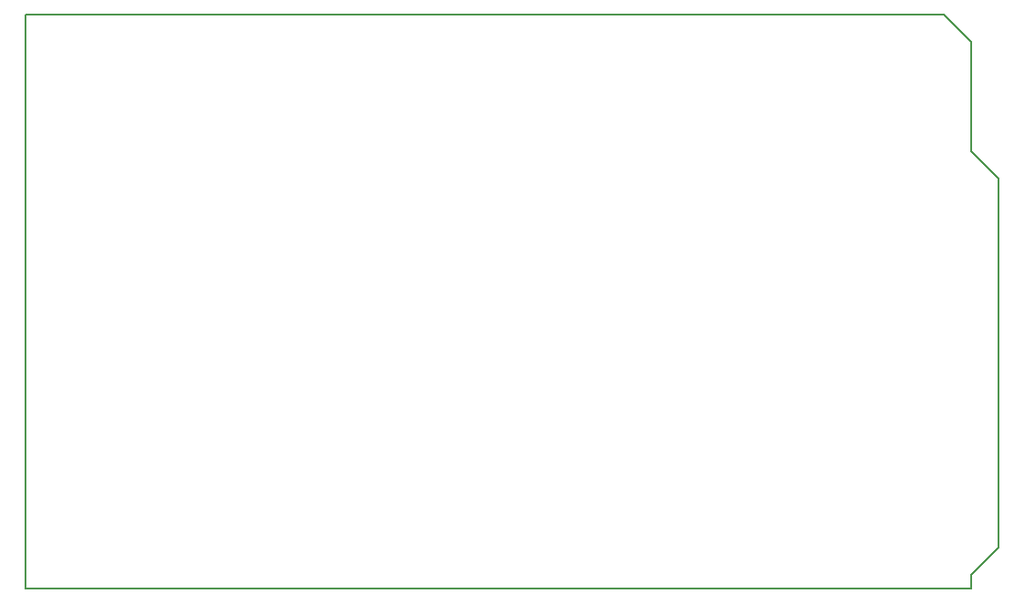
<source format=gm1>
G04 #@! TF.GenerationSoftware,KiCad,Pcbnew,5.1.6-c6e7f7d~87~ubuntu18.04.1*
G04 #@! TF.CreationDate,2021-05-18T20:00:01+01:00*
G04 #@! TF.ProjectId,CheeseShield,43686565-7365-4536-9869-656c642e6b69,rev?*
G04 #@! TF.SameCoordinates,Original*
G04 #@! TF.FileFunction,Profile,NP*
%FSLAX46Y46*%
G04 Gerber Fmt 4.6, Leading zero omitted, Abs format (unit mm)*
G04 Created by KiCad (PCBNEW 5.1.6-c6e7f7d~87~ubuntu18.04.1) date 2021-05-18 20:00:01*
%MOMM*%
%LPD*%
G01*
G04 APERTURE LIST*
G04 #@! TA.AperFunction,Profile*
%ADD10C,0.150000*%
G04 #@! TD*
G04 APERTURE END LIST*
D10*
X128438000Y-37666000D02*
X40500000Y-37666000D01*
X128438000Y-36396000D02*
X128438000Y-37666000D01*
X130978000Y-33856000D02*
X128438000Y-36396000D01*
X130978000Y434000D02*
X130978000Y-33856000D01*
X128438000Y2974000D02*
X130978000Y434000D01*
X128438000Y13134000D02*
X128438000Y2974000D01*
X125898000Y15674000D02*
X128438000Y13134000D01*
X40500000Y15674000D02*
X125898000Y15674000D01*
X40500000Y-37666000D02*
X40500000Y15674000D01*
M02*

</source>
